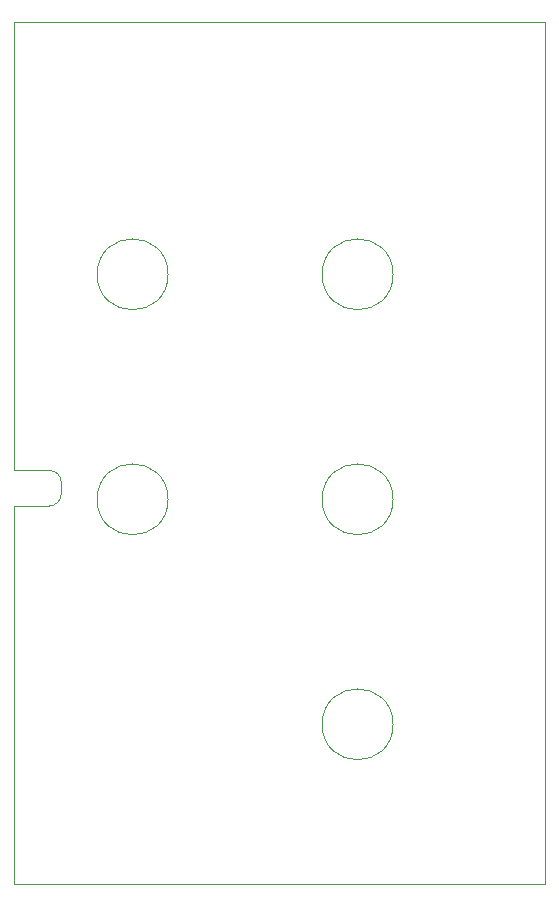
<source format=gbr>
G04 #@! TF.GenerationSoftware,KiCad,Pcbnew,5.1.10*
G04 #@! TF.CreationDate,2021-07-03T00:07:38+02:00*
G04 #@! TF.ProjectId,main,6d61696e-2e6b-4696-9361-645f70636258,v1.10*
G04 #@! TF.SameCoordinates,Original*
G04 #@! TF.FileFunction,Profile,NP*
%FSLAX46Y46*%
G04 Gerber Fmt 4.6, Leading zero omitted, Abs format (unit mm)*
G04 Created by KiCad (PCBNEW 5.1.10) date 2021-07-03 00:07:38*
%MOMM*%
%LPD*%
G01*
G04 APERTURE LIST*
G04 #@! TA.AperFunction,Profile*
%ADD10C,0.100000*%
G04 #@! TD*
G04 APERTURE END LIST*
D10*
X89000000Y-90000000D02*
G75*
G02*
X88000000Y-91000000I-1000000J0D01*
G01*
X98050000Y-90450000D02*
G75*
G03*
X98050000Y-90450000I-3000000J0D01*
G01*
X88000000Y-88000000D02*
G75*
G02*
X89000000Y-89000000I0J-1000000D01*
G01*
X89000000Y-89000000D02*
X89000000Y-90000000D01*
X85000000Y-88000000D02*
X88000000Y-88000000D01*
X88000000Y-91000000D02*
X85000000Y-91000000D01*
X117100000Y-109500000D02*
G75*
G03*
X117100000Y-109500000I-3000000J0D01*
G01*
X117100000Y-90450000D02*
G75*
G03*
X117100000Y-90450000I-3000000J0D01*
G01*
X98050000Y-71400000D02*
G75*
G03*
X98050000Y-71400000I-3000000J0D01*
G01*
X117100000Y-71400000D02*
G75*
G03*
X117100000Y-71400000I-3000000J0D01*
G01*
X85000000Y-50000000D02*
X85000000Y-88000000D01*
X85000000Y-123000000D02*
X130000000Y-123000000D01*
X85000000Y-91000000D02*
X85000000Y-123000000D01*
X130000000Y-50000000D02*
X85000000Y-50000000D01*
X130000000Y-123000000D02*
X130000000Y-50000000D01*
M02*

</source>
